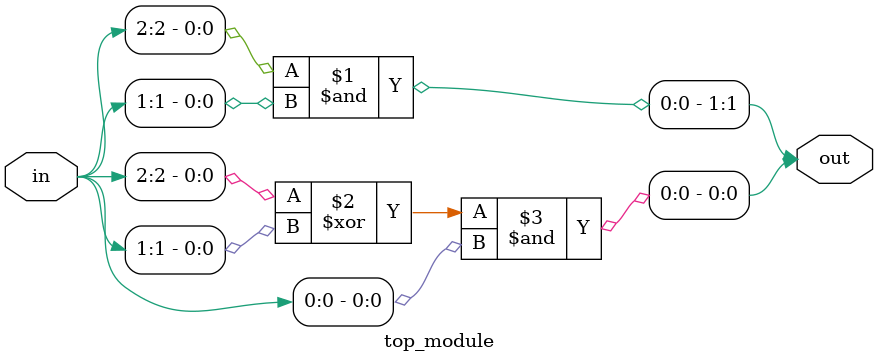
<source format=sv>
module top_module (
    input [2:0] in,
    output [1:0] out
);

    assign out[1] = in[2] & in[1];
    assign out[0] = (in[2] ^ in[1]) & in[0];

endmodule

</source>
